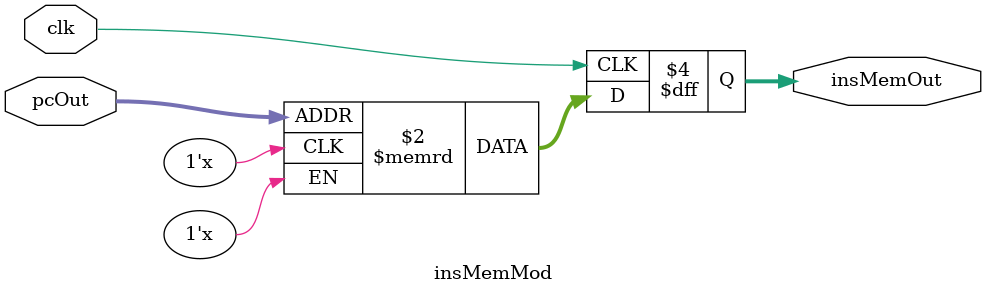
<source format=v>
module insMemMod (
	input wire clk,
	input wire [31:0] pcOut,
	output reg [31:0] insMemOut
);
	
	reg [31:0] unit [0:65535];

	initial begin
		
	end

	always @(negedge clk) begin
		insMemOut = unit[pcOut];
	end

endmodule
</source>
